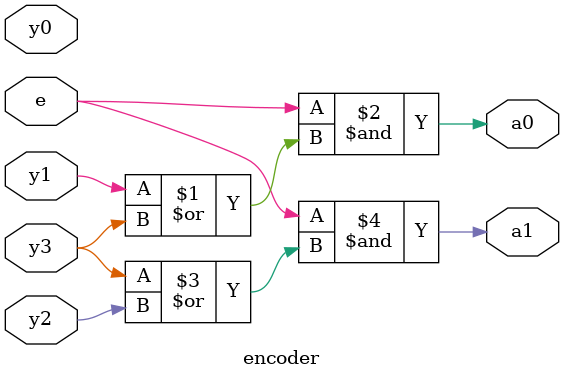
<source format=v>
module encoder(e,y3,y2,y1,y0,a1,a0);
    input e,y3,y2,y1,y0;
    output a1,a0;
    assign a0 = e&(y1|y3);
    assign a1 = e&(y3|y2);
endmodule
</source>
